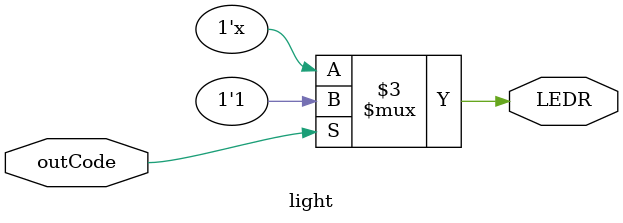
<source format=v>
module light(
  input outCode,
  output [0:0] LEDR
);
always @(*)
if (outCode == 2'h29) LEDR <= 1; 
endmodule 

</source>
